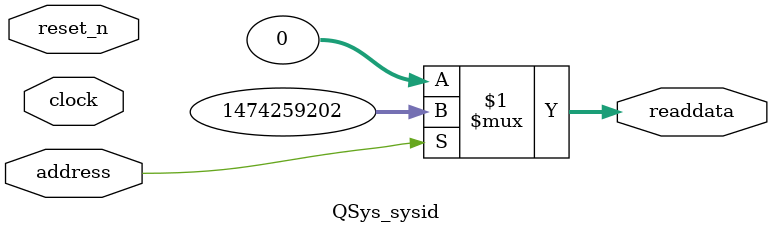
<source format=v>



// synthesis translate_off
`timescale 1ns / 1ps
// synthesis translate_on

// turn off superfluous verilog processor warnings 
// altera message_level Level1 
// altera message_off 10034 10035 10036 10037 10230 10240 10030 

module QSys_sysid (
               // inputs:
                address,
                clock,
                reset_n,

               // outputs:
                readdata
             )
;

  output  [ 31: 0] readdata;
  input            address;
  input            clock;
  input            reset_n;

  wire    [ 31: 0] readdata;
  //control_slave, which is an e_avalon_slave
  assign readdata = address ? 1474259202 : 0;

endmodule



</source>
